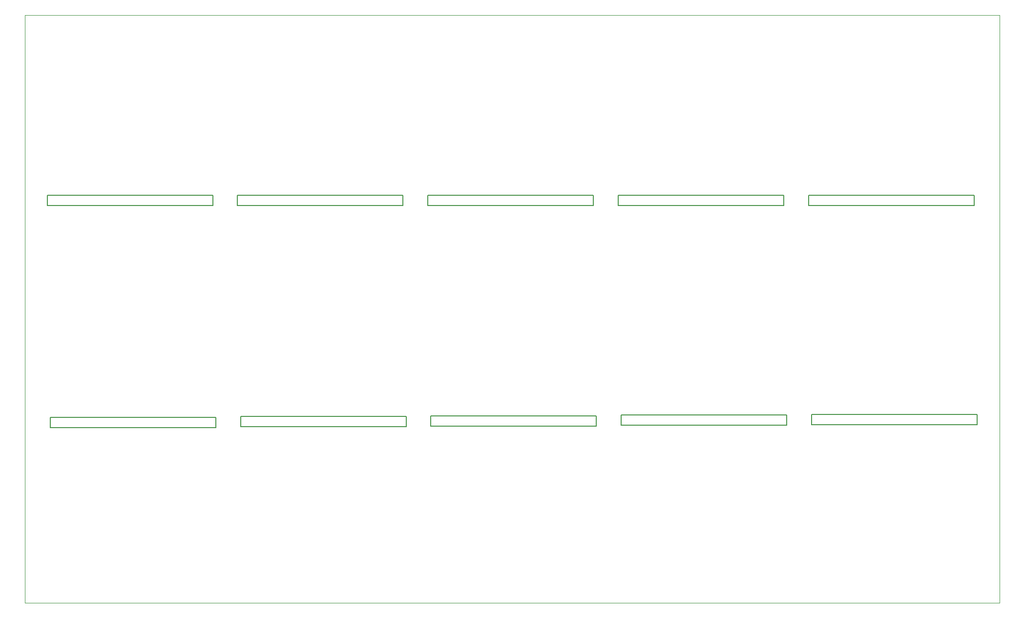
<source format=gbr>
%TF.GenerationSoftware,KiCad,Pcbnew,(5.1.10)-1*%
%TF.CreationDate,2021-10-27T16:31:34+02:00*%
%TF.ProjectId,boneIO - relay board,626f6e65-494f-4202-9d20-72656c617920,rev?*%
%TF.SameCoordinates,Original*%
%TF.FileFunction,Profile,NP*%
%FSLAX46Y46*%
G04 Gerber Fmt 4.6, Leading zero omitted, Abs format (unit mm)*
G04 Created by KiCad (PCBNEW (5.1.10)-1) date 2021-10-27 16:31:34*
%MOMM*%
%LPD*%
G01*
G04 APERTURE LIST*
%TA.AperFunction,Profile*%
%ADD10C,0.150000*%
%TD*%
%TA.AperFunction,Profile*%
%ADD11C,0.100000*%
%TD*%
G04 APERTURE END LIST*
D10*
X424030000Y-294998000D02*
X452732000Y-294998000D01*
X452732000Y-294998000D02*
X452732000Y-296776000D01*
X424030000Y-296776000D02*
X424030000Y-294998000D01*
X452732000Y-296776000D02*
X424030000Y-296776000D01*
X391010000Y-294998000D02*
X419712000Y-294998000D01*
X419712000Y-294998000D02*
X419712000Y-296776000D01*
X391010000Y-296776000D02*
X391010000Y-294998000D01*
X419712000Y-296776000D02*
X391010000Y-296776000D01*
X357990000Y-294998000D02*
X386692000Y-294998000D01*
X386692000Y-294998000D02*
X386692000Y-296776000D01*
X357990000Y-296776000D02*
X357990000Y-294998000D01*
X386692000Y-296776000D02*
X357990000Y-296776000D01*
X324970000Y-294998000D02*
X353672000Y-294998000D01*
X353672000Y-294998000D02*
X353672000Y-296776000D01*
X324970000Y-296776000D02*
X324970000Y-294998000D01*
X353672000Y-296776000D02*
X324970000Y-296776000D01*
X292077000Y-294998000D02*
X320779000Y-294998000D01*
X320779000Y-294998000D02*
X320779000Y-296776000D01*
X292077000Y-296776000D02*
X292077000Y-294998000D01*
X320779000Y-296776000D02*
X292077000Y-296776000D01*
X424538000Y-332971000D02*
X453240000Y-332971000D01*
X453240000Y-332971000D02*
X453240000Y-334749000D01*
X424538000Y-334749000D02*
X424538000Y-332971000D01*
X453240000Y-334749000D02*
X424538000Y-334749000D01*
X391518000Y-333098000D02*
X420220000Y-333098000D01*
X420220000Y-333098000D02*
X420220000Y-334876000D01*
X391518000Y-334876000D02*
X391518000Y-333098000D01*
X420220000Y-334876000D02*
X391518000Y-334876000D01*
X358498000Y-333225000D02*
X387200000Y-333225000D01*
X387200000Y-333225000D02*
X387200000Y-335003000D01*
X358498000Y-335003000D02*
X358498000Y-333225000D01*
X387200000Y-335003000D02*
X358498000Y-335003000D01*
X325605000Y-333352000D02*
X354307000Y-333352000D01*
X354307000Y-333352000D02*
X354307000Y-335130000D01*
X325605000Y-335130000D02*
X325605000Y-333352000D01*
X354307000Y-335130000D02*
X325605000Y-335130000D01*
X292585000Y-335257000D02*
X292585000Y-333479000D01*
X321287000Y-335257000D02*
X292585000Y-335257000D01*
X321287000Y-333479000D02*
X321287000Y-335257000D01*
X292585000Y-333479000D02*
X321287000Y-333479000D01*
D11*
X288140000Y-365708000D02*
X457140000Y-365708000D01*
X457140000Y-365708000D02*
X457140000Y-263708000D01*
X288140000Y-263708000D02*
X288140000Y-365708000D01*
X288140000Y-263708000D02*
X457140000Y-263708000D01*
M02*

</source>
